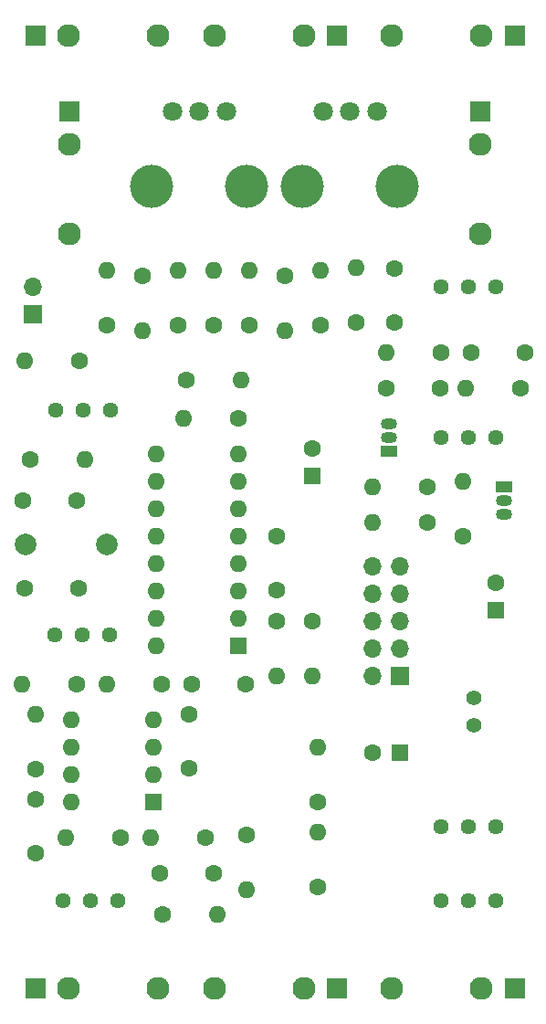
<source format=gbr>
G04 #@! TF.GenerationSoftware,KiCad,Pcbnew,(5.1.0)-1*
G04 #@! TF.CreationDate,2019-04-22T00:57:04-04:00*
G04 #@! TF.ProjectId,cem3340-module_REDDIT,63656d33-3334-4302-9d6d-6f64756c655f,rev?*
G04 #@! TF.SameCoordinates,Original*
G04 #@! TF.FileFunction,Soldermask,Bot*
G04 #@! TF.FilePolarity,Negative*
%FSLAX46Y46*%
G04 Gerber Fmt 4.6, Leading zero omitted, Abs format (unit mm)*
G04 Created by KiCad (PCBNEW (5.1.0)-1) date 2019-04-22 00:57:04*
%MOMM*%
%LPD*%
G04 APERTURE LIST*
%ADD10C,1.440000*%
%ADD11C,1.600000*%
%ADD12R,1.600000X1.600000*%
%ADD13C,2.000000*%
%ADD14R,1.500000X1.050000*%
%ADD15O,1.500000X1.050000*%
%ADD16C,2.130000*%
%ADD17R,1.830000X1.930000*%
%ADD18R,1.930000X1.830000*%
%ADD19R,1.700000X1.700000*%
%ADD20O,1.700000X1.700000*%
%ADD21O,1.600000X1.600000*%
%ADD22C,4.000000*%
%ADD23C,1.800000*%
%ADD24C,1.400000*%
G04 APERTURE END LIST*
D10*
X195580000Y-136652000D03*
X198120000Y-136652000D03*
X200660000Y-136652000D03*
X235712000Y-93726000D03*
X233172000Y-93726000D03*
X230632000Y-93726000D03*
X194945000Y-91186000D03*
X197485000Y-91186000D03*
X200025000Y-91186000D03*
X194818000Y-112014000D03*
X197358000Y-112014000D03*
X199898000Y-112014000D03*
X235712000Y-79756000D03*
X233172000Y-79756000D03*
X230632000Y-79756000D03*
X235712000Y-129794000D03*
X233172000Y-129794000D03*
X230632000Y-129794000D03*
X235712000Y-136652000D03*
X233172000Y-136652000D03*
X230632000Y-136652000D03*
D11*
X238426000Y-85852000D03*
X233426000Y-85852000D03*
X225552000Y-89154000D03*
X230552000Y-89154000D03*
X226314000Y-78058000D03*
X226314000Y-83058000D03*
X209550000Y-134112000D03*
X204550000Y-134112000D03*
X196850000Y-99568000D03*
X191850000Y-99568000D03*
X224322000Y-122936000D03*
D12*
X226822000Y-122936000D03*
X235712000Y-109728000D03*
D11*
X235712000Y-107228000D03*
X197024000Y-107696000D03*
X192024000Y-107696000D03*
D12*
X218694000Y-97282000D03*
D11*
X218694000Y-94782000D03*
X215392000Y-102870000D03*
X215392000Y-107870000D03*
X193040000Y-127254000D03*
X193040000Y-132254000D03*
X207264000Y-124380000D03*
X207264000Y-119380000D03*
X212518000Y-116586000D03*
X207518000Y-116586000D03*
D13*
X199644000Y-103632000D03*
X192144000Y-103632000D03*
D14*
X236474000Y-98298000D03*
D15*
X236474000Y-100838000D03*
X236474000Y-99568000D03*
D16*
X226090000Y-56515000D03*
D17*
X237490000Y-56515000D03*
D16*
X234390000Y-56515000D03*
X196215000Y-66600000D03*
D18*
X196215000Y-63500000D03*
D16*
X196215000Y-74900000D03*
X217945000Y-56515000D03*
D17*
X221045000Y-56515000D03*
D16*
X209645000Y-56515000D03*
X226090000Y-144780000D03*
D17*
X237490000Y-144780000D03*
D16*
X234390000Y-144780000D03*
X217945000Y-144780000D03*
D17*
X221045000Y-144780000D03*
D16*
X209645000Y-144780000D03*
D19*
X226822000Y-115824000D03*
D20*
X224282000Y-115824000D03*
X226822000Y-113284000D03*
X224282000Y-113284000D03*
X226822000Y-110744000D03*
X224282000Y-110744000D03*
X226822000Y-108204000D03*
X224282000Y-108204000D03*
X226822000Y-105664000D03*
X224282000Y-105664000D03*
D19*
X192786000Y-82296000D03*
D20*
X192786000Y-79756000D03*
D16*
X234315000Y-66600000D03*
D18*
X234315000Y-63500000D03*
D16*
X234315000Y-74900000D03*
X204440000Y-56515000D03*
D17*
X193040000Y-56515000D03*
D16*
X196140000Y-56515000D03*
X204440000Y-144780000D03*
D17*
X193040000Y-144780000D03*
D16*
X196140000Y-144780000D03*
D11*
X211836000Y-91948000D03*
D21*
X206756000Y-91948000D03*
X199644000Y-78232000D03*
D11*
X199644000Y-83312000D03*
X204851000Y-137922000D03*
D21*
X209931000Y-137922000D03*
D11*
X212598000Y-130556000D03*
D21*
X212598000Y-135636000D03*
D11*
X207010000Y-88392000D03*
D21*
X212090000Y-88392000D03*
X199644000Y-116586000D03*
D11*
X204724000Y-116586000D03*
D21*
X197612000Y-95758000D03*
D11*
X192532000Y-95758000D03*
D21*
X219202000Y-130302000D03*
D11*
X219202000Y-135382000D03*
X215392000Y-110744000D03*
D21*
X215392000Y-115824000D03*
D11*
X197104000Y-86614000D03*
D21*
X192024000Y-86614000D03*
X219202000Y-122428000D03*
D11*
X219202000Y-127508000D03*
D21*
X212852000Y-78232000D03*
D11*
X212852000Y-83312000D03*
X219456000Y-83312000D03*
D21*
X219456000Y-78232000D03*
X225552000Y-85852000D03*
D11*
X230632000Y-85852000D03*
X218694000Y-110744000D03*
D21*
X218694000Y-115824000D03*
D11*
X202946000Y-78740000D03*
D21*
X202946000Y-83820000D03*
X206248000Y-78232000D03*
D11*
X206248000Y-83312000D03*
D21*
X195834000Y-130810000D03*
D11*
X200914000Y-130810000D03*
X208788000Y-130810000D03*
D21*
X203708000Y-130810000D03*
D11*
X232664000Y-102870000D03*
D21*
X232664000Y-97790000D03*
D11*
X229362000Y-101600000D03*
D21*
X224282000Y-101600000D03*
D11*
X216154000Y-78740000D03*
D21*
X216154000Y-83820000D03*
X193040000Y-119380000D03*
D11*
X193040000Y-124460000D03*
D21*
X224282000Y-98298000D03*
D11*
X229362000Y-98298000D03*
D21*
X191770000Y-116586000D03*
D11*
X196850000Y-116586000D03*
D21*
X222758000Y-77978000D03*
D11*
X222758000Y-83058000D03*
X209550000Y-83312000D03*
D21*
X209550000Y-78232000D03*
X232918000Y-89154000D03*
D11*
X237998000Y-89154000D03*
D22*
X217810000Y-70500000D03*
X226610000Y-70500000D03*
D23*
X219710000Y-63500000D03*
X222210000Y-63500000D03*
X224710000Y-63500000D03*
X210740000Y-63500000D03*
X208240000Y-63500000D03*
X205740000Y-63500000D03*
D22*
X212640000Y-70500000D03*
X203840000Y-70500000D03*
D24*
X233680000Y-120396000D03*
X233680000Y-117856000D03*
D12*
X203962000Y-127508000D03*
D21*
X196342000Y-119888000D03*
X203962000Y-124968000D03*
X196342000Y-122428000D03*
X203962000Y-122428000D03*
X196342000Y-124968000D03*
X203962000Y-119888000D03*
X196342000Y-127508000D03*
D12*
X211836000Y-113030000D03*
D21*
X204216000Y-95250000D03*
X211836000Y-110490000D03*
X204216000Y-97790000D03*
X211836000Y-107950000D03*
X204216000Y-100330000D03*
X211836000Y-105410000D03*
X204216000Y-102870000D03*
X211836000Y-102870000D03*
X204216000Y-105410000D03*
X211836000Y-100330000D03*
X204216000Y-107950000D03*
X211836000Y-97790000D03*
X204216000Y-110490000D03*
X211836000Y-95250000D03*
X204216000Y-113030000D03*
D15*
X225806000Y-93726000D03*
X225806000Y-92456000D03*
D14*
X225806000Y-94996000D03*
M02*

</source>
